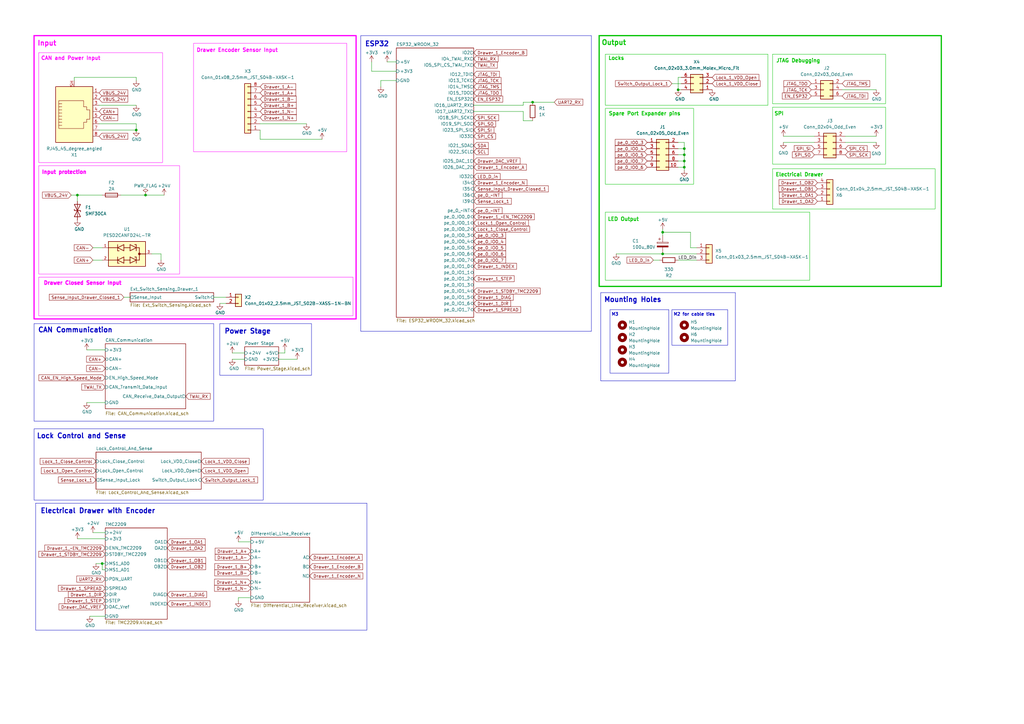
<source format=kicad_sch>
(kicad_sch (version 20231120) (generator "eeschema") (generator_version "8.0")
  (paper "A3")
  (junction (at 280.67 60.96))
  (junction (at 59.69 80.01))
  (junction (at 280.67 66.04))
  (junction (at 41.91 231.14))
  (junction (at 280.67 63.5))
  (junction (at 280.67 68.58))
  (junction (at 218.44 41.91))
  (junction (at 271.78 104.14))
  (junction (at 55.88 53.34))
  (junction (at 278.13 36.83))
  (junction (at 31.75 80.01))
  (junction (at 271.78 95.25))
  (wire (pts (xy 280.67 66.04) (xy 278.13 66.04)))
  (wire (pts (xy 280.67 58.42) (xy 278.13 58.42)))
  (wire (pts (xy 321.31 58.42) (xy 334.01 58.42)))
  (wire (pts (xy 87.63 121.92) (xy 92.71 121.92)))
  (wire (pts (xy 214.63 43.18) (xy 214.63 41.91)))
  (wire (pts (xy 30.48 33.02) (xy 30.48 31.75)))
  (wire (pts (xy 38.1 106.68) (xy 41.91 106.68)))
  (wire (pts (xy 97.79 245.11) (xy 97.79 246.38)))
  (wire (pts (xy 43.18 231.14) (xy 41.91 231.14)))
  (wire (pts (xy 66.04 104.14) (xy 66.04 106.68)))
  (wire (pts (xy 95.25 147.32) (xy 100.33 147.32)))
  (wire (pts (xy 106.68 57.15) (xy 106.68 53.34)))
  (wire (pts (xy 40.64 50.8) (xy 55.88 50.8)))
  (wire (pts (xy 62.23 104.14) (xy 66.04 104.14)))
  (wire (pts (xy 38.1 218.44) (xy 43.18 218.44)))
  (wire (pts (xy 152.4 29.21) (xy 162.56 29.21)))
  (wire (pts (xy 31.75 80.01) (xy 41.91 80.01)))
  (wire (pts (xy 67.31 80.01) (xy 59.69 80.01)))
  (wire (pts (xy 43.18 252.73) (xy 36.83 252.73)))
  (wire (pts (xy 346.71 55.88) (xy 359.41 55.88)))
  (wire (pts (xy 280.67 69.85) (xy 280.67 68.58)))
  (wire (pts (xy 40.64 53.34) (xy 55.88 53.34)))
  (wire (pts (xy 271.78 93.98) (xy 271.78 95.25)))
  (wire (pts (xy 279.4 31.75) (xy 278.13 31.75)))
  (wire (pts (xy 55.88 50.8) (xy 55.88 53.34)))
  (wire (pts (xy 158.75 25.4) (xy 162.56 25.4)))
  (wire (pts (xy 31.75 220.98) (xy 43.18 220.98)))
  (wire (pts (xy 50.8 121.92) (xy 53.34 121.92)))
  (wire (pts (xy 30.48 31.75) (xy 55.88 31.75)))
  (wire (pts (xy 38.1 101.6) (xy 41.91 101.6)))
  (wire (pts (xy 278.13 68.58) (xy 280.67 68.58)))
  (wire (pts (xy 345.44 36.83) (xy 359.41 36.83)))
  (wire (pts (xy 31.75 80.01) (xy 31.75 82.55)))
  (wire (pts (xy 102.87 245.11) (xy 97.79 245.11)))
  (wire (pts (xy 39.37 231.14) (xy 41.91 231.14)))
  (wire (pts (xy 283.21 95.25) (xy 283.21 101.6)))
  (wire (pts (xy 271.78 95.25) (xy 283.21 95.25)))
  (wire (pts (xy 275.59 34.29) (xy 279.4 34.29)))
  (wire (pts (xy 271.78 95.25) (xy 271.78 96.52)))
  (wire (pts (xy 35.56 143.51) (xy 43.18 143.51)))
  (wire (pts (xy 252.73 104.14) (xy 271.78 104.14)))
  (wire (pts (xy 114.3 144.78) (xy 116.84 144.78)))
  (wire (pts (xy 116.84 144.78) (xy 116.84 143.51)))
  (wire (pts (xy 40.64 43.18) (xy 55.88 43.18)))
  (wire (pts (xy 156.21 33.02) (xy 156.21 35.56)))
  (wire (pts (xy 90.17 124.46) (xy 92.71 124.46)))
  (wire (pts (xy 194.31 45.72) (xy 214.63 45.72)))
  (wire (pts (xy 41.91 231.14) (xy 41.91 233.68)))
  (wire (pts (xy 267.97 106.68) (xy 270.51 106.68)))
  (wire (pts (xy 97.79 222.25) (xy 102.87 222.25)))
  (wire (pts (xy 278.13 106.68) (xy 285.75 106.68)))
  (wire (pts (xy 214.63 49.53) (xy 218.44 49.53)))
  (wire (pts (xy 278.13 36.83) (xy 279.4 36.83)))
  (wire (pts (xy 280.67 68.58) (xy 280.67 66.04)))
  (wire (pts (xy 346.71 58.42) (xy 359.41 58.42)))
  (wire (pts (xy 35.56 165.1) (xy 43.18 165.1)))
  (wire (pts (xy 49.53 80.01) (xy 59.69 80.01)))
  (wire (pts (xy 214.63 45.72) (xy 214.63 49.53)))
  (wire (pts (xy 152.4 25.4) (xy 152.4 29.21)))
  (wire (pts (xy 280.67 66.04) (xy 280.67 63.5)))
  (wire (pts (xy 214.63 41.91) (xy 218.44 41.91)))
  (wire (pts (xy 55.88 31.75) (xy 55.88 33.02)))
  (wire (pts (xy 114.3 147.32) (xy 121.92 147.32)))
  (wire (pts (xy 41.91 233.68) (xy 43.18 233.68)))
  (wire (pts (xy 280.67 60.96) (xy 280.67 58.42)))
  (wire (pts (xy 95.25 144.78) (xy 100.33 144.78)))
  (wire (pts (xy 278.13 60.96) (xy 280.67 60.96)))
  (wire (pts (xy 218.44 41.91) (xy 227.33 41.91)))
  (wire (pts (xy 29.21 80.01) (xy 31.75 80.01)))
  (wire (pts (xy 162.56 33.02) (xy 156.21 33.02)))
  (wire (pts (xy 106.68 57.15) (xy 132.08 57.15)))
  (wire (pts (xy 280.67 63.5) (xy 280.67 60.96)))
  (wire (pts (xy 283.21 101.6) (xy 285.75 101.6)))
  (wire (pts (xy 278.13 31.75) (xy 278.13 36.83)))
  (wire (pts (xy 271.78 104.14) (xy 285.75 104.14)))
  (wire (pts (xy 280.67 63.5) (xy 278.13 63.5)))
  (wire (pts (xy 321.31 55.88) (xy 334.01 55.88)))
  (wire (pts (xy 106.68 50.8) (xy 125.73 50.8)))
  (wire (pts (xy 194.31 43.18) (xy 214.63 43.18)))
  (rectangle (start 13.97 14.605) (end 146.05 130.81) (stroke (width 0.5) (color 255 0 255 1)))
  (rectangle (start 248.285 44.45) (end 284.48 75.565) (stroke (width 0) (color 0 194 0 1)))
  (rectangle (start 13.97 175.895) (end 107.95 205.105))
  (rectangle (start 245.745 14.605) (end 386.08 117.475) (stroke (width 0.5) (color 0 194 0 1)))
  (rectangle (start 248.285 86.995) (end 332.105 114.935) (stroke (width 0) (color 0 194 0 1)))
  (rectangle (start 147.955 14.605) (end 242.57 135.89))
  (rectangle (start 15.875 67.945) (end 73.66 112.395) (stroke (width 0) (color 255 0 255 1)))
  (rectangle (start 15.875 21.59) (end 66.675 66.675) (stroke (width 0) (color 255 0 255 1)))
  (rectangle (start 79.375 17.78) (end 142.24 62.23) (stroke (width 0) (color 255 0 255 1)))
  (rectangle (start 250.19 127) (end 274.32 153.035))
  (rectangle (start 316.865 43.942) (end 363.22 67.31) (stroke (width 0) (color 0 194 0 1)))
  (rectangle (start 90.17 132.715) (end 127.762 153.924))
  (rectangle (start 13.97 132.715) (end 87.63 172.72))
  (rectangle (start 246.38 120.015) (end 301.625 156.21))
  (rectangle (start 248.285 22.225) (end 314.96 43.18) (stroke (width 0) (color 0 194 0 1)))
  (rectangle (start 15.875 113.665) (end 144.78 129.54) (stroke (width 0) (color 255 0 255 1)))
  (rectangle (start 316.865 69.215) (end 383.54 85.725) (stroke (width 0) (color 0 194 0 1)))
  (rectangle (start 275.59 127) (end 298.45 141.605))
  (rectangle (start 316.865 22.225) (end 363.22 42.545) (stroke (width 0) (color 0 194 0 1)))
  (rectangle (start 14.605 206.375) (end 150.495 258.445))
  (text "Lock Control and Sense" (at 14.986 180.086 0) (effects (font (size 2 2) (thickness 0.4) (bold yes)) (justify left bottom)))
  (text "Locks" (at 249.428 24.892 0) (effects (font (size 1.5 1.5) (bold yes)) (justify left bottom)))
  (text "Electrical Drawer" (at 318.008 72.644 0) (effects (font (size 1.5 1.5) (bold yes)) (justify left bottom)))
  (text "JTAG Debugging" (at 318.262 25.908 0) (effects (font (size 1.5 1.5) (bold yes)) (justify left bottom)))
  (text "CAN and Power Input" (at 16.764 24.892 0) (effects (font (size 1.5 1.5) (bold yes)) (justify left bottom)))
  (text "Output" (at 246.634 18.796 0) (effects (font (size 2 2) (thickness 0.4) (bold yes)) (justify left bottom)))
  (text "Electrical Drawer with Encoder" (at 16.51 210.82 0) (effects (font (size 2 2) (thickness 0.4) (bold yes)) (justify left bottom)))
  (text "Input\n" (at 15.24 19.05 0) (effects (font (size 2 2) (thickness 0.4) (bold yes)) (justify left bottom)))
  (text "LED Output" (at 249.174 90.932 0) (effects (font (size 1.5 1.5) (bold yes)) (justify left bottom)))
  (text "CAN Communication\n" (at 15.494 136.652 0) (effects (font (size 2 2) (thickness 0.4) (bold yes)) (justify left bottom)))
  (text "Input protection\n" (at 17.018 71.628 0) (effects (font (size 1.5 1.5) (thickness 0.4) (bold yes)) (justify left bottom)))
  (text "ESP32" (at 149.606 19.304 0) (effects (font (size 2 2) (thickness 0.4) (bold yes)) (justify left bottom)))
  (text "Drawer Encoder Sensor Input" (at 80.518 21.59 0) (effects (font (size 1.5 1.5) (bold yes)) (justify left bottom)))
  (text "SPI" (at 317.5 47.625 0) (effects (font (size 1.5 1.5) (bold yes)) (justify left bottom)))
  (text "M3" (at 252.222 129.032 0) (effects (font (size 1.27 1.27) (thickness 0.254) (bold yes))))
  (text "Mounting Holes" (at 247.65 124.206 0) (effects (font (size 2 2) (thickness 0.4) (bold yes)) (justify left bottom)))
  (text "Power Stage" (at 91.948 137.16 0) (effects (font (size 2 2) (thickness 0.4) (bold yes)) (justify left bottom)))
  (text "Spare Port Expander pins" (at 249.555 47.625 0) (effects (font (size 1.5 1.5) (bold yes)) (justify left bottom)))
  (text "M2 for cable ties" (at 284.734 129.032 0) (effects (font (size 1.27 1.27) (thickness 0.254) (bold yes))))
  (text "Drawer Closed Sensor Input" (at 17.78 117.094 0) (effects (font (size 1.5 1.5) (thickness 0.4) (bold yes)) (justify left bottom)))
  (label "LED_Din" (at 278.13 106.68 0))
  (global_label "Drawer_1_Encoder_N" (shape input) (at 127 236.22 0) (property "Intersheetrefs" "${INTERSHEET_REFS}" (effects (hide yes))))
  (global_label "Drawer_1_~EN_TMC2209" (shape input) (at 194.31 88.9 0) (property "Intersheetrefs" "${INTERSHEET_REFS}" (effects (hide yes))))
  (global_label "Drawer_1_B+" (shape input) (at 102.87 232.41 180) (property "Intersheetrefs" "${INTERSHEET_REFS}" (effects (hide yes))))
  (global_label "pe_0_IO0_4" (shape input) (at 265.43 60.96 180) (property "Intersheetrefs" "${INTERSHEET_REFS}" (effects (hide yes))))
  (global_label "JTAG_TCK" (shape input) (at 194.31 33.02 0) (property "Intersheetrefs" "${INTERSHEET_REFS}" (effects (hide yes))))
  (global_label "Drawer_1_B+" (shape input) (at 106.68 43.18 0) (property "Intersheetrefs" "${INTERSHEET_REFS}" (effects (hide yes))))
  (global_label "Drawer_1_Encoder_A" (shape input) (at 194.31 68.58 0) (property "Intersheetrefs" "${INTERSHEET_REFS}" (effects (hide yes))))
  (global_label "EN_ESP32" (shape input) (at 194.31 40.64 0) (property "Intersheetrefs" "${INTERSHEET_REFS}" (effects (hide yes))))
  (global_label "SDA" (shape input) (at 194.31 59.69 0) (property "Intersheetrefs" "${INTERSHEET_REFS}" (effects (hide yes))))
  (global_label "pe_0_IO0_7" (shape input) (at 194.31 106.68 0) (property "Intersheetrefs" "${INTERSHEET_REFS}" (effects (hide yes))))
  (global_label "Drawer_DAC_VREF" (shape input) (at 194.31 66.04 0) (property "Intersheetrefs" "${INTERSHEET_REFS}" (effects (hide yes))))
  (global_label "Drawer_1_INDEX" (shape input) (at 68.58 247.65 0) (property "Intersheetrefs" "${INTERSHEET_REFS}" (effects (hide yes))))
  (global_label "Lock_1_Close_Control" (shape input) (at 39.37 189.23 180) (property "Intersheetrefs" "${INTERSHEET_REFS}" (effects (hide yes))))
  (global_label "Drawer_1_Encoder_N" (shape input) (at 194.31 74.93 0) (property "Intersheetrefs" "${INTERSHEET_REFS}" (effects (hide yes))))
  (global_label "JTAG_TDI" (shape input) (at 345.44 39.37 0) (property "Intersheetrefs" "${INTERSHEET_REFS}" (effects (hide yes))))
  (global_label "Drawer_1_STEP" (shape input) (at 194.31 114.3 0) (property "Intersheetrefs" "${INTERSHEET_REFS}" (effects (hide yes))))
  (global_label "Drawer_1_STDBY_TMC2209" (shape input) (at 194.31 119.38 0) (property "Intersheetrefs" "${INTERSHEET_REFS}" (effects (hide yes))))
  (global_label "Drawer_1_N-" (shape input) (at 106.68 45.72 0) (property "Intersheetrefs" "${INTERSHEET_REFS}" (effects (hide yes))))
  (global_label "pe_0_~INT" (shape input) (at 194.31 86.36 0) (property "Intersheetrefs" "${INTERSHEET_REFS}" (effects (hide yes))))
  (global_label "UART2_RX" (shape input) (at 227.33 41.91 0) (property "Intersheetrefs" "${INTERSHEET_REFS}" (effects (hide yes))))
  (global_label "Drawer_1_N+" (shape input) (at 102.87 238.76 180) (property "Intersheetrefs" "${INTERSHEET_REFS}" (effects (hide yes))))
  (global_label "JTAG_TDO" (shape input) (at 194.31 38.1 0) (property "Intersheetrefs" "${INTERSHEET_REFS}" (effects (hide yes))))
  (global_label "Drawer_1_Encoder_B" (shape input) (at 194.31 21.59 0) (property "Intersheetrefs" "${INTERSHEET_REFS}" (effects (hide yes))))
  (global_label "Lock_1_VDD_Close" (shape input) (at 292.1 34.29 0) (property "Intersheetrefs" "${INTERSHEET_REFS}" (effects (hide yes))))
  (global_label "Lock_1_VDD_Close" (shape input) (at 82.55 189.23 0) (property "Intersheetrefs" "${INTERSHEET_REFS}" (effects (hide yes))))
  (global_label "Lock_1_Open_Control" (shape input) (at 39.37 193.04 180) (property "Intersheetrefs" "${INTERSHEET_REFS}" (effects (hide yes))))
  (global_label "SPI_SI" (shape input) (at 334.01 60.96 180) (property "Intersheetrefs" "${INTERSHEET_REFS}" (effects (hide yes))))
  (global_label "Drawer_1_STEP" (shape input) (at 43.18 246.38 180) (property "Intersheetrefs" "${INTERSHEET_REFS}" (effects (hide yes))))
  (global_label "Drawer_1_OB2" (shape input) (at 68.58 232.41 0) (property "Intersheetrefs" "${INTERSHEET_REFS}" (effects (hide yes))))
  (global_label "SCL" (shape input) (at 194.31 62.23 0) (property "Intersheetrefs" "${INTERSHEET_REFS}" (effects (hide yes))))
  (global_label "CAN-" (shape input) (at 38.1 101.6 180) (property "Intersheetrefs" "${INTERSHEET_REFS}" (effects (hide yes))))
  (global_label "Drawer_1_Encoder_B" (shape input) (at 127 232.41 0) (property "Intersheetrefs" "${INTERSHEET_REFS}" (effects (hide yes))))
  (global_label "Switch_Output_Lock_1" (shape input) (at 82.55 196.85 0) (property "Intersheetrefs" "${INTERSHEET_REFS}" (effects (hide yes))))
  (global_label "Drawer_1_OB1" (shape input) (at 68.58 229.87 0) (property "Intersheetrefs" "${INTERSHEET_REFS}" (effects (hide yes))))
  (global_label "Drawer_1_STDBY_TMC2209" (shape input) (at 43.18 227.33 180) (property "Intersheetrefs" "${INTERSHEET_REFS}" (effects (hide yes))))
  (global_label "Lock_1_VDD_Open" (shape input) (at 82.55 193.04 0) (property "Intersheetrefs" "${INTERSHEET_REFS}" (effects (hide yes))))
  (global_label "pe_0_IO0_6" (shape input) (at 265.43 68.58 180) (property "Intersheetrefs" "${INTERSHEET_REFS}" (effects (hide yes))))
  (global_label "JTAG_TMS" (shape input) (at 194.31 35.56 0) (property "Intersheetrefs" "${INTERSHEET_REFS}" (effects (hide yes))))
  (global_label "Drawer_DAC_VREF" (shape input) (at 43.18 248.92 180) (property "Intersheetrefs" "${INTERSHEET_REFS}" (effects (hide yes))))
  (global_label "VBUS_24V" (shape input) (at 29.21 80.01 180) (property "Intersheetrefs" "${INTERSHEET_REFS}" (effects (hide yes))))
  (global_label "Sense_Input_Drawer_Closed_1" (shape input) (at 50.8 121.92 180) (property "Intersheetrefs" "${INTERSHEET_REFS}" (effects (hide yes))))
  (global_label "Drawer_1_OB2" (shape input) (at 335.28 74.93 180) (property "Intersheetrefs" "${INTERSHEET_REFS}" (effects (hide yes))))
  (global_label "SPI_SO" (shape input) (at 194.31 50.8 0) (property "Intersheetrefs" "${INTERSHEET_REFS}" (effects (hide yes))))
  (global_label "pe_0_IO0_7" (shape input) (at 265.43 66.04 180) (property "Intersheetrefs" "${INTERSHEET_REFS}" (effects (hide yes))))
  (global_label "CAN-" (shape input) (at 40.64 48.26 0) (property "Intersheetrefs" "${INTERSHEET_REFS}" (effects (hide yes))))
  (global_label "Drawer_1_N-" (shape input) (at 102.87 241.3 180) (property "Intersheetrefs" "${INTERSHEET_REFS}" (effects (hide yes))))
  (global_label "Drawer_1_~EN_TMC2209" (shape input) (at 43.18 224.79 180) (property "Intersheetrefs" "${INTERSHEET_REFS}" (effects (hide yes))))
  (global_label "SPI_CS" (shape input) (at 346.71 60.96 0) (property "Intersheetrefs" "${INTERSHEET_REFS}" (effects (hide yes))))
  (global_label "pe_0_~INT" (shape input) (at 194.31 80.01 0) (property "Intersheetrefs" "${INTERSHEET_REFS}" (effects (hide yes))))
  (global_label "Drawer_1_DIAG" (shape input) (at 68.58 243.84 0) (property "Intersheetrefs" "${INTERSHEET_REFS}" (effects (hide yes))))
  (global_label "Drawer_1_A-" (shape input) (at 106.68 35.56 0) (property "Intersheetrefs" "${INTERSHEET_REFS}" (effects (hide yes))))
  (global_label "EN_ESP32" (shape input) (at 332.74 39.37 180) (property "Intersheetrefs" "${INTERSHEET_REFS}" (effects (hide yes))))
  (global_label "JTAG_TCK" (shape input) (at 332.74 36.83 180) (property "Intersheetrefs" "${INTERSHEET_REFS}" (effects (hide yes))))
  (global_label "LED_D_in" (shape input) (at 194.31 72.39 0) (property "Intersheetrefs" "${INTERSHEET_REFS}" (effects (hide yes))))
  (global_label "Drawer_1_OA1" (shape input) (at 68.58 222.25 0) (property "Intersheetrefs" "${INTERSHEET_REFS}" (effects (hide yes))))
  (global_label "VBUS_24V" (shape input) (at 40.64 38.1 0) (property "Intersheetrefs" "${INTERSHEET_REFS}" (effects (hide yes))))
  (global_label "pe_0_IO0_6" (shape input) (at 194.31 104.14 0) (property "Intersheetrefs" "${INTERSHEET_REFS}" (effects (hide yes))))
  (global_label "CAN+" (shape input) (at 38.1 106.68 180) (property "Intersheetrefs" "${INTERSHEET_REFS}" (effects (hide yes))))
  (global_label "TWAI_TX" (shape input) (at 43.18 158.75 180) (property "Intersheetrefs" "${INTERSHEET_REFS}" (effects (hide yes))))
  (global_label "CAN+" (shape input) (at 43.18 147.32 180) (property "Intersheetrefs" "${INTERSHEET_REFS}" (effects (hide yes))))
  (global_label "Drawer_1_DIR" (shape input) (at 194.31 124.46 0) (property "Intersheetrefs" "${INTERSHEET_REFS}" (effects (hide yes))))
  (global_label "pe_0_IO0_5" (shape input) (at 194.31 101.6 0) (property "Intersheetrefs" "${INTERSHEET_REFS}" (effects (hide yes))))
  (global_label "VBUS_24V" (shape input) (at 40.64 55.88 0) (property "Intersheetrefs" "${INTERSHEET_REFS}" (effects (hide yes))))
  (global_label "Drawer_1_A-" (shape input) (at 102.87 228.6 180) (property "Intersheetrefs" "${INTERSHEET_REFS}" (effects (hide yes))))
  (global_label "CAN+" (shape input) (at 40.64 45.72 0) (property "Intersheetrefs" "${INTERSHEET_REFS}" (effects (hide yes))))
  (global_label "JTAG_TDO" (shape input) (at 332.74 34.29 180) (property "Intersheetrefs" "${INTERSHEET_REFS}" (effects (hide yes))))
  (global_label "Sense_Lock_1" (shape input) (at 194.31 82.55 0) (property "Intersheetrefs" "${INTERSHEET_REFS}" (effects (hide yes))))
  (global_label "TWAI_TX" (shape input) (at 194.31 26.67 0) (property "Intersheetrefs" "${INTERSHEET_REFS}" (effects (hide yes))))
  (global_label "Lock_1_Open_Control" (shape input) (at 194.31 91.44 0) (property "Intersheetrefs" "${INTERSHEET_REFS}" (effects (hide yes))))
  (global_label "Lock_1_Close_Control" (shape input) (at 194.31 93.98 0) (property "Intersheetrefs" "${INTERSHEET_REFS}" (effects (hide yes))))
  (global_label "Lock_1_VDD_Open" (shape input) (at 292.1 31.75 0) (property "Intersheetrefs" "${INTERSHEET_REFS}" (effects (hide yes))))
  (global_label "Drawer_1_DIR" (shape input) (at 43.18 243.84 180) (property "Intersheetrefs" "${INTERSHEET_REFS}" (effects (hide yes))))
  (global_label "Drawer_1_Encoder_A" (shape input) (at 127 228.6 0) (property "Intersheetrefs" "${INTERSHEET_REFS}" (effects (hide yes))))
  (global_label "pe_0_IO0_5" (shape input) (at 265.43 63.5 180) (property "Intersheetrefs" "${INTERSHEET_REFS}" (effects (hide yes))))
  (global_label "Sense_Lock_1" (shape input) (at 39.37 196.85 180) (property "Intersheetrefs" "${INTERSHEET_REFS}" (effects (hide yes))))
  (global_label "Drawer_1_OA2" (shape input) (at 335.28 82.55 180) (property "Intersheetrefs" "${INTERSHEET_REFS}" (effects (hide yes))))
  (global_label "Drawer_1_N+" (shape input) (at 106.68 48.26 0) (property "Intersheetrefs" "${INTERSHEET_REFS}" (effects (hide yes))))
  (global_label "Drawer_1_OB1" (shape input) (at 335.28 77.47 180) (property "Intersheetrefs" "${INTERSHEET_REFS}" (effects (hide yes))))
  (global_label "pe_0_IO0_4" (shape input) (at 194.31 99.06 0) (property "Intersheetrefs" "${INTERSHEET_REFS}" (effects (hide yes))))
  (global_label "SPI_SO" (shape input) (at 334.01 63.5 180) (property "Intersheetrefs" "${INTERSHEET_REFS}" (effects (hide yes))))
  (global_label "JTAG_TMS" (shape input) (at 345.44 34.29 0) (property "Intersheetrefs" "${INTERSHEET_REFS}" (effects (hide yes))))
  (global_label "LED_D_in" (shape input) (at 267.97 106.68 180) (property "Intersheetrefs" "${INTERSHEET_REFS}" (effects (hide yes))))
  (global_label "JTAG_TDI" (shape input) (at 194.31 30.48 0) (property "Intersheetrefs" "${INTERSHEET_REFS}" (effects (hide yes))))
  (global_label "SPI_SI" (shape input) (at 194.31 53.34 0) (property "Intersheetrefs" "${INTERSHEET_REFS}" (effects (hide yes))))
  (global_label "Sense_Input_Drawer_Closed_1" (shape input) (at 194.31 77.47 0) (property "Intersheetrefs" "${INTERSHEET_REFS}" (effects (hide yes))))
  (global_label "SPI_CS" (shape input) (at 194.31 55.88 0) (property "Intersheetrefs" "${INTERSHEET_REFS}" (effects (hide yes))))
  (global_label "SPI_SCK" (shape input) (at 346.71 63.5 0) (property "Intersheetrefs" "${INTERSHEET_REFS}" (effects (hide yes))))
  (global_label "Drawer_1_SPREAD" (shape input) (at 194.31 127 0) (property "Intersheetrefs" "${INTERSHEET_REFS}" (effects (hide yes))))
  (global_label "Switch_Output_Lock_1" (shape input) (at 275.59 34.29 180) (property "Intersheetrefs" "${INTERSHEET_REFS}" (effects (hide yes))))
  (global_label "CAN_EN_High_Speed_Mode" (shape input) (at 43.18 154.94 180) (property "Intersheetrefs" "${INTERSHEET_REFS}" (effects (hide yes))))
  (global_label "Drawer_1_B-" (shape input) (at 102.87 234.95 180) (property "Intersheetrefs" "${INTERSHEET_REFS}" (effects (hide yes))))
  (global_label "Drawer_1_B-" (shape input) (at 106.68 40.64 0) (property "Intersheetrefs" "${INTERSHEET_REFS}" (effects (hide yes))))
  (global_label "SPI_SCK" (shape input) (at 194.31 48.26 0) (property "Intersheetrefs" "${INTERSHEET_REFS}" (effects (hide yes))))
  (global_label "TWAI_RX" (shape input) (at 194.31 24.13 0) (property "Intersheetrefs" "${INTERSHEET_REFS}" (effects (hide yes))))
  (global_label "Drawer_1_A+" (shape input) (at 102.87 226.06 180) (property "Intersheetrefs" "${INTERSHEET_REFS}" (effects (hide yes))))
  (global_label "pe_0_IO0_3" (shape input) (at 265.43 58.42 180) (property "Intersheetrefs" "${INTERSHEET_REFS}" (effects (hide yes))))
  (global_label "Drawer_1_DIAG" (shape input) (at 194.31 121.92 0) (property "Intersheetrefs" "${INTERSHEET_REFS}" (effects (hide yes))))
  (global_label "UART2_RX" (shape input) (at 43.18 237.49 180) (property "Intersheetrefs" "${INTERSHEET_REFS}" (effects (hide yes))))
  (global_label "Drawer_1_OA1" (shape input) (at 335.28 80.01 180) (property "Intersheetrefs" "${INTERSHEET_REFS}" (effects (hide yes))))
  (global_label "Drawer_1_SPREAD" (shape input) (at 43.18 241.3 180) (property "Intersheetrefs" "${INTERSHEET_REFS}" (effects (hide yes))))
  (global_label "VBUS_24V" (shape input) (at 40.64 40.64 0) (property "Intersheetrefs" "${INTERSHEET_REFS}" (effects (hide yes))))
  (global_label "pe_0_IO0_3" (shape input) (at 194.31 96.52 0) (property "Intersheetrefs" "${INTERSHEET_REFS}" (effects (hide yes))))
  (global_label "Drawer_1_OA2" (shape input) (at 68.58 224.79 0) (property "Intersheetrefs" "${INTERSHEET_REFS}" (effects (hide yes))))
  (global_label "Drawer_1_INDEX" (shape input) (at 194.31 109.22 0) (property "Intersheetrefs" "${INTERSHEET_REFS}" (effects (hide yes))))
  (global_label "Drawer_1_A+" (shape input) (at 106.68 38.1 0) (property "Intersheetrefs" "${INTERSHEET_REFS}" (effects (hide yes))))
  (global_label "TWAI_RX" (shape input) (at 76.2 162.56 0) (property "Intersheetrefs" "${INTERSHEET_REFS}" (effects (hide yes))))
  (global_label "CAN-" (shape input) (at 43.18 151.13 180) (property "Intersheetrefs" "${INTERSHEET_REFS}" (effects (hide yes))))
  (symbol (lib_id "_Connector_JST:Conn_01x04_2.5mm_JST_S04B-XASK-1") (at 340.36 80.01 0) (mirror x) (unit 1)
    (property "Reference" "X6" (at 342.9 80.0101 0) (effects (justify left)))
    (property "Value" "Conn_01x04_2.5mm_JST_S04B-XASK-1" (at 342.9 77.4701 0) (effects (justify left)))
    (property "Footprint" "Connector_JST:JST_XA_S04B-XASK-1_1x04_P2.50mm_Horizontal" (effects (hide yes)))
    (property "Datasheet" "https://wmsc.lcsc.com/wmsc/upload/file/pdf/v2/lcsc/2304140030_JST-S04B-XASK-1-LF-SN_C265097.pdf" (effects (hide yes)))
    (property "Description" "JST pin header (standard) XA total number of poles 4 Pitch: 2.50mm S04B-XASK-1 (LF)(SN)" (effects (hide yes)))
    (property "MF" "JST" (effects (hide yes)))
    (property "MPN" "S04B-XASK-1(LF)(SN)" (effects (hide yes)))
    (property "OC_CONRAD" "741407 - VQ" (effects (hide yes)))
    (property "OC_LCSC" "C265097" (effects (hide yes)))
    (property "OC_RS" "166-7451" (effects (hide yes)))
    (property "path_to_docs" "Connectors/JST/XA_Connector" (effects (hide yes)))
  )
  (symbol (lib_id "power:GND") (at 97.79 246.38 0) (unit 1)
    (property "Reference" "#PWR017" (effects (hide yes)))
    (property "Value" "GND" (at 95.885 250.19 0) (effects (justify left)))
    (property "Description" "Power symbol creates a global label with name \"GND\" , ground" (effects (hide yes)))
  )
  (symbol (lib_id "power:+5V") (at 321.31 55.88 0) (unit 1)
    (property "Reference" "#PWR030" (effects (hide yes)))
    (property "Value" "+5V" (at 321.31 52.07 0))
    (property "Description" "Power symbol creates a global label with name \"+5V\"" (effects (hide yes)))
  )
  (symbol (lib_id "power:PWR_FLAG") (at 59.69 80.01 0) (unit 1)
    (property "Reference" "#FLG01" (effects (hide yes)))
    (property "Value" "PWR_FLAG" (at 59.69 76.2 0))
    (property "Description" "Special symbol for telling ERC where power comes from" (effects (hide yes)))
  )
  (symbol (lib_id "Mechanical:MountingHole") (at 255.27 133.35 0) (unit 1) (in_bom no)
    (property "Reference" "H1" (at 257.81 132.0799 0) (effects (justify left)))
    (property "Value" "MountingHole" (at 257.81 134.6199 0) (effects (justify left)))
    (property "Footprint" "Robast:MountingHole_3.2mm_M3_Pad_Top_Bottom_9.2mm" (effects (hide yes)))
    (property "Description" "Mounting Hole without connection" (effects (hide yes)))
  )
  (symbol (lib_id "_Connector_Molex:Conn_02x03_3.0mm_Molex_Micro_Fit") (at 287.02 34.29 180) (unit 1)
    (property "Reference" "X4" (at 285.75 25.4 0))
    (property "Value" "Conn_02x03_3.0mm_Molex_Micro_Fit" (at 285.75 27.94 0))
    (property "Footprint" "Connector_Molex:Molex_Micro-Fit_3.0_43045-0600_2x03_P3.00mm_Horizontal" (effects (hide yes)))
    (property "Datasheet" "https://docs.rs-online.com/746f/0900766b813c3a64.pdf" (effects (hide yes)))
    (property "Description" "Molex Micro-Fit 3.0 Leiterplatten-Stiftleiste gewinkelt, 6-polig / 2-reihig, Raster 3.0mm, Kabel-Platine" (effects (hide yes)))
    (property "MF" "Molex" (effects (hide yes)))
    (property "MPN" "43045-0600" (effects (hide yes)))
    (property "OC_MOUSER" "538-43045-0600" (effects (hide yes)))
    (property "OC_RS" "233-2961" (effects (hide yes)))
    (property "path_to_docs" "Connectors/Molex/Micro-Fit" (effects (hide yes)))
  )
  (symbol (lib_id "power:GND") (at 156.21 35.56 0) (unit 1)
    (property "Reference" "#PWR023" (effects (hide yes)))
    (property "Value" "GND" (at 154.94 39.37 0) (effects (justify left)))
    (property "Description" "Power symbol creates a global label with name \"GND\" , ground" (effects (hide yes)))
  )
  (symbol (lib_id "power:GND") (at 55.88 53.34 0) (unit 1)
    (property "Reference" "#PWR010" (effects (hide yes)))
    (property "Value" "GND" (at 53.975 57.15 0) (effects (justify left)))
    (property "Description" "Power symbol creates a global label with name \"GND\" , ground" (effects (hide yes)))
  )
  (symbol (lib_id "power:+3V3") (at 359.41 55.88 0) (unit 1)
    (property "Reference" "#PWR033" (effects (hide yes)))
    (property "Value" "+3V3" (at 359.41 52.07 0))
    (property "Description" "Power symbol creates a global label with name \"+3V3\"" (effects (hide yes)))
  )
  (symbol (lib_id "power:GND") (at 359.41 58.42 0) (unit 1)
    (property "Reference" "#PWR034" (effects (hide yes)))
    (property "Value" "GND" (at 359.41 62.992 0))
    (property "Description" "Power symbol creates a global label with name \"GND\" , ground" (effects (hide yes)))
  )
  (symbol (lib_id "power:+24V") (at 95.25 144.78 0) (unit 1)
    (property "Reference" "#PWR014" (effects (hide yes)))
    (property "Value" "+24V" (at 95.25 140.97 0))
    (property "Description" "Power symbol creates a global label with name \"+24V\"" (effects (hide yes)))
  )
  (symbol (lib_id "power:GND") (at 125.73 50.8 0) (unit 1)
    (property "Reference" "#PWR020" (effects (hide yes)))
    (property "Value" "GND" (at 123.825 54.61 0) (effects (justify left)))
    (property "Description" "Power symbol creates a global label with name \"GND\" , ground" (effects (hide yes)))
  )
  (symbol (lib_id "power:+3V3") (at 35.56 143.51 0) (unit 1)
    (property "Reference" "#PWR03" (effects (hide yes)))
    (property "Value" "+3V3" (at 35.56 139.7 0))
    (property "Description" "Power symbol creates a global label with name \"+3V3\"" (effects (hide yes)))
  )
  (symbol (lib_id "power:+3V3") (at 152.4 25.4 0) (unit 1)
    (property "Reference" "#PWR022" (effects (hide yes)))
    (property "Value" "+3V3" (at 152.4 21.59 0))
    (property "Description" "Power symbol creates a global label with name \"+3V3\"" (effects (hide yes)))
  )
  (symbol (lib_id "power:GND") (at 280.67 69.85 0) (unit 1)
    (property "Reference" "#PWR028" (effects (hide yes)))
    (property "Value" "GND" (at 280.67 73.66 0))
    (property "Description" "Power symbol creates a global label with name \"GND\" , ground" (effects (hide yes)))
  )
  (symbol (lib_id "power:GND") (at 39.37 231.14 0) (unit 1)
    (property "Reference" "#PWR07" (effects (hide yes)))
    (property "Value" "GND" (at 37.465 234.95 0) (effects (justify left)))
    (property "Description" "Power symbol creates a global label with name \"GND\" , ground" (effects (hide yes)))
  )
  (symbol (lib_id "_Connector_JST:Conn_01x02_2.5mm_JST_S02B-XASS-1N-BN") (at 97.79 121.92 0) (unit 1)
    (property "Reference" "X2" (at 100.33 121.9199 0) (effects (justify left)))
    (property "Value" "Conn_01x02_2.5mm_JST_S02B-XASS-1N-BN" (at 100.33 124.4599 0) (effects (justify left)))
    (property "Footprint" "Connector_JST:JST_XA_S02B-XASK-1N-BN_1x02_P2.50mm_Horizontal" (effects (hide yes)))
    (property "Datasheet" "https://wmsc.lcsc.com/wmsc/upload/file/pdf/v2/lcsc/1811141531_JST-S02B-XASS-1N-BN-LF-SN_C161669.pdf" (effects (hide yes)))
    (property "Description" "JST pin header (standard) XA total number of poles 2 Pitch: 2.50mm S02B-XASS-1N-BN(LF)(SN)" (effects (hide yes)))
    (property "MF" "JST" (effects (hide yes)))
    (property "MPN" "S02B-XASS-1N-BN(LF)(SN)" (effects (hide yes)))
    (property "OC_LCSC" "C161669" (effects (hide yes)))
    (property "OC_RS" "175-4729" (effects (hide yes)))
    (property "path_to_docs" "Connectors/JST/XA_Connector" (effects (hide yes)))
  )
  (symbol (lib_id "power:+24V") (at 38.1 218.44 0) (unit 1)
    (property "Reference" "#PWR06" (effects (hide yes)))
    (property "Value" "+24V" (at 38.1 214.63 0))
    (property "Description" "Power symbol creates a global label with name \"+24V\"" (effects (hide yes)))
  )
  (symbol (lib_id "power:+5V") (at 158.75 25.4 0) (unit 1)
    (property "Reference" "#PWR024" (effects (hide yes)))
    (property "Value" "+5V" (at 158.75 21.59 0))
    (property "Description" "Power symbol creates a global label with name \"+5V\"" (effects (hide yes)))
  )
  (symbol (lib_id "power:+5V") (at 132.08 57.15 0) (unit 1)
    (property "Reference" "#PWR021" (effects (hide yes)))
    (property "Value" "+5V" (at 132.08 53.34 0))
    (property "Description" "Power symbol creates a global label with name \"+5V\"" (effects (hide yes)))
  )
  (symbol (lib_id "power:GND") (at 55.88 33.02 0) (unit 1)
    (property "Reference" "#PWR08" (effects (hide yes)))
    (property "Value" "GND" (at 53.975 36.83 0) (effects (justify left)))
    (property "Description" "Power symbol creates a global label with name \"GND\" , ground" (effects (hide yes)))
  )
  (symbol (lib_id "power:+3V3") (at 31.75 220.98 0) (unit 1)
    (property "Reference" "#PWR02" (effects (hide yes)))
    (property "Value" "+3V3" (at 31.75 217.17 0))
    (property "Description" "Power symbol creates a global label with name \"+3V3\"" (effects (hide yes)))
  )
  (symbol (lib_id "power:GND") (at 31.75 90.17 0) (unit 1)
    (property "Reference" "#PWR01" (effects (hide yes)))
    (property "Value" "GND" (at 30.48 93.98 0) (effects (justify left)))
    (property "Description" "Power symbol creates a global label with name \"GND\" , ground" (effects (hide yes)))
  )
  (symbol (lib_id "Mechanical:MountingHole") (at 255.27 138.43 0) (unit 1) (in_bom no)
    (property "Reference" "H2" (at 257.81 137.1599 0) (effects (justify left)))
    (property "Value" "MountingHole" (at 257.81 139.6999 0) (effects (justify left)))
    (property "Footprint" "Robast:MountingHole_3.2mm_M3_Pad_Top_Bottom_9.2mm" (effects (hide yes)))
    (property "Description" "Mounting Hole without connection" (effects (hide yes)))
  )
  (symbol (lib_id "Connector_Generic:Conn_02x05_Odd_Even") (at 270.51 63.5 0) (unit 1) (in_bom no)
    (property "Reference" "J1" (at 271.78 52.07 0))
    (property "Value" "Conn_02x05_Odd_Even" (at 271.78 54.61 0))
    (property "Footprint" "Connector_PinSocket_2.54mm:PinSocket_2x05_P2.54mm_Vertical" (effects (hide yes)))
    (property "Description" "Generic connector, double row, 02x05, odd/even pin numbering scheme (row 1 odd numbers, row 2 even numbers), script generated (kicad-library-utils/schlib/autogen/connector/)" (effects (hide yes)))
  )
  (symbol (lib_id "power:GND") (at 55.88 43.18 0) (unit 1)
    (property "Reference" "#PWR09" (effects (hide yes)))
    (property "Value" "GND" (at 53.975 46.99 0) (effects (justify left)))
    (property "Description" "Power symbol creates a global label with name \"GND\" , ground" (effects (hide yes)))
  )
  (symbol (lib_id "Mechanical:MountingHole") (at 280.67 138.43 0) (unit 1) (in_bom no)
    (property "Reference" "H6" (at 283.21 137.1599 0) (effects (justify left)))
    (property "Value" "MountingHole" (at 283.21 139.6999 0) (effects (justify left)))
    (property "Footprint" "MountingHole:MountingHole_2.2mm_M2_DIN965_Pad_TopBottom" (effects (hide yes)))
    (property "Description" "Mounting Hole without connection" (effects (hide yes)))
  )
  (symbol (lib_id "power:GND") (at 66.04 106.68 0) (unit 1)
    (property "Reference" "#PWR011" (effects (hide yes)))
    (property "Value" "GND" (at 64.135 110.49 0) (effects (justify left)))
    (property "Description" "Power symbol creates a global label with name \"GND\" , ground" (effects (hide yes)))
  )
  (symbol (lib_id "power:GND") (at 252.73 104.14 0) (unit 1)
    (property "Reference" "#PWR025" (effects (hide yes)))
    (property "Value" "GND" (at 252.73 107.95 0))
    (property "Description" "Power symbol creates a global label with name \"GND\" , ground" (effects (hide yes)))
  )
  (symbol (lib_id "_C_Polarized:100u_80V") (at 271.78 100.33 0) (unit 1)
    (property "Reference" "C1" (at 259.334 98.806 0) (effects (justify left)))
    (property "Value" "100u_80V" (at 259.334 101.346 0) (effects (justify left)))
    (property "Footprint" "Capacitor_SMD:CP_Elec_10x10" (effects (hide yes)))
    (property "Datasheet" "https://www.mouser.de/datasheet/2/231/161587245243-2307006.pdf" (effects (hide yes)))
    (property "Description" "Aluminum Electrolytic Capacitor 100uF 80V ±20% SMD,D10xL10mm" (effects (hide yes)))
    (property "MF" "Lelon" (effects (hide yes)))
    (property "MPN" "VZH101M1KTR-1010" (effects (hide yes)))
    (property "OC_LCSC" "C249838" (effects (hide yes)))
    (property "OC_MOUSER" "140-VZH101M1KTR1010 " (effects (hide yes)))
    (property "path_to_docs" "Passive_Components/Capacitors/Aluminium_Electrolytic_Capacitors/Lelon" (effects (hide yes)))
  )
  (symbol (lib_id "power:GND") (at 90.17 124.46 0) (unit 1)
    (property "Reference" "#PWR013" (effects (hide yes)))
    (property "Value" "GND" (at 88.265 128.27 0) (effects (justify left)))
    (property "Description" "Power symbol creates a global label with name \"GND\" , ground" (effects (hide yes)))
  )
  (symbol (lib_id "power:+5V") (at 97.79 222.25 0) (unit 1)
    (property "Reference" "#PWR016" (effects (hide yes)))
    (property "Value" "+5V" (at 97.79 218.44 0))
    (property "Description" "Power symbol creates a global label with name \"+5V\"" (effects (hide yes)))
  )
  (symbol (lib_id "power:+5V") (at 271.78 93.98 0) (unit 1)
    (property "Reference" "#PWR026" (effects (hide yes)))
    (property "Value" "+5V" (at 271.78 90.17 0))
    (property "Description" "Power symbol creates a global label with name \"+5V\"" (effects (hide yes)))
  )
  (symbol (lib_id "power:GND") (at 278.13 36.83 0) (unit 1)
    (property "Reference" "#PWR027" (effects (hide yes)))
    (property "Value" "GND" (at 276.86 40.64 0) (effects (justify left)))
    (property "Description" "Power symbol creates a global label with name \"GND\" , ground" (effects (hide yes)))
  )
  (symbol (lib_id "_R_0402:1K") (at 218.44 45.72 0) (unit 1)
    (property "Reference" "R1" (at 220.98 44.4499 0) (effects (justify left)))
    (property "Value" "1K" (at 220.98 46.9899 0) (effects (justify left)))
    (property "Footprint" "Resistor_SMD:R_0402_1005Metric" (effects (hide yes)))
    (property "Description" "Resistor 1K 1% 62.5mW 50V 0402" (effects (hide yes)))
    (property "MF" "UNI-ROYAL" (effects (hide yes)))
    (property "MPN" "0402WGF1001TCE" (effects (hide yes)))
    (property "OC_LCSC" "C11702" (effects (hide yes)))
    (property "path_to_docs" "Passive_Components/Resistors/UNI-ROYAL" (effects (hide yes)))
  )
  (symbol (lib_id "_Diode_TVS:SMF30CA") (at 31.75 86.36 90) (unit 1)
    (property "Reference" "F1" (at 34.925 85.09 90) (effects (justify right)))
    (property "Value" "SMF30CA" (at 34.925 87.63 90) (effects (justify right)))
    (property "Footprint" "Diode_SMD:D_SOD-123F" (effects (hide yes)))
    (property "Datasheet" "https://datasheet.lcsc.com/lcsc/2205231816_Liown-SMF30CA_C2990493.pdf" (effects (hide yes)))
    (property "Description" "30V 200W TVS Diode Bi-Directional" (effects (hide yes)))
    (property "MF" "Liown" (effects (hide yes)))
    (property "MPN" "SMF30CA" (effects (hide yes)))
    (property "OC_LCSC" "C2990493" (effects (hide yes)))
    (property "path_to_docs" "Circuit_Protection/ESD_Protection_Diodes_TVS_Diodes/Liown" (effects (hide yes)))
  )
  (symbol (lib_id "Mechanical:MountingHole") (at 255.27 143.51 0) (unit 1) (in_bom no)
    (property "Reference" "H3" (at 257.81 142.2399 0) (effects (justify left)))
    (property "Value" "MountingHole" (at 257.81 144.7799 0) (effects (justify left)))
    (property "Footprint" "Robast:MountingHole_3.2mm_M3_Pad_Top_Bottom_9.2mm" (effects (hide yes)))
    (property "Description" "Mounting Hole without connection" (effects (hide yes)))
  )
  (symbol (lib_id "power:GND") (at 359.41 36.83 0) (unit 1)
    (property "Reference" "#PWR032" (effects (hide yes)))
    (property "Value" "GND" (at 357.505 40.64 0) (effects (justify left)))
    (property "Description" "Power symbol creates a global label with name \"GND\" , ground" (effects (hide yes)))
  )
  (symbol (lib_id "power:+24V") (at 67.31 80.01 0) (unit 1)
    (property "Reference" "#PWR012" (effects (hide yes)))
    (property "Value" "+24V" (at 67.31 76.2 0))
    (property "Description" "Power symbol creates a global label with name \"+24V\"" (effects (hide yes)))
  )
  (symbol (lib_id "power:GND") (at 36.83 252.73 0) (unit 1)
    (property "Reference" "#PWR05" (effects (hide yes)))
    (property "Value" "GND" (at 34.925 256.54 0) (effects (justify left)))
    (property "Description" "Power symbol creates a global label with name \"GND\" , ground" (effects (hide yes)))
  )
  (symbol (lib_id "_Connector:RJ45_45_degree_angled") (at 30.48 45.72 0) (mirror x) (unit 1)
    (property "Reference" "X1" (at 30.48 63.5 0))
    (property "Value" "RJ45_45_degree_angled" (at 30.48 60.96 0))
    (property "Footprint" "Robast:Wurth_RJ45_45_degree_angled" (effects (hide yes)))
    (property "Datasheet" "https://docs.rs-online.com/8736/0900766b81315c9d.pdf" (effects (hide yes)))
    (property "Description" "RJ45 PCB Connector 45 degree angled" (effects (hide yes)))
    (property "MF" "Wurth Elektronik" (effects (hide yes)))
    (property "MPN" "615008145121" (effects (hide yes)))
    (property "OC_RS" "818-3333" (effects (hide yes)))
    (property "path_to_docs" "Connectors/Ethernet_Connectors/Wurth_Electronics" (effects (hide yes)))
  )
  (symbol (lib_id "_Connector_JST:Conn_01x08_2.5mm_JST_S04B-XASK-1") (at 101.6 45.72 180) (unit 1)
    (property "Reference" "X3" (at 101.6 29.21 0))
    (property "Value" "Conn_01x08_2.5mm_JST_S04B-XASK-1" (at 101.6 31.75 0))
    (property "Footprint" "Connector_JST:JST_XA_S08B-XASK-1_1x08_P2.50mm_Horizontal" (effects (hide yes)))
    (property "Datasheet" "https://wmsc.lcsc.com/wmsc/upload/file/pdf/v2/lcsc/2006051707_JST-S08B-XASK-1-LF-SN_C495695.pdf" (effects (hide yes)))
    (property "Description" "JST pin header (standard) XA total number of poles 8 Pitch: 2.50mm S08B-XASK-1 (LF)(SN)" (effects (hide yes)))
    (property "MF" "JST" (effects (hide yes)))
    (property "MPN" "S08B-XASK-1(LF)(SN)" (effects (hide yes)))
    (property "OC_LCSC" "C495695" (effects (hide yes)))
    (property "OC_RS" "602-8290" (effects (hide yes)))
    (property "path_to_docs" "Connectors/JST/XA_Connector" (effects (hide yes)))
  )
  (symbol (lib_id "Connector_Generic:Conn_02x03_Odd_Even") (at 337.82 36.83 0) (unit 1) (in_bom no)
    (property "Reference" "J2" (at 339.09 27.94 0))
    (property "Value" "Conn_02x03_Odd_Even" (at 339.09 30.48 0))
    (property "Footprint" "Connector_PinSocket_2.54mm:PinSocket_2x03_P2.54mm_Vertical" (effects (hide yes)))
    (property "Description" "Generic connector, double row, 02x03, odd/even pin numbering scheme (row 1 odd numbers, row 2 even numbers), script generated (kicad-library-utils/schlib/autogen/connector/)" (effects (hide yes)))
  )
  (symbol (lib_id "Connector_Generic:Conn_02x04_Odd_Even") (at 339.09 58.42 0) (unit 1) (in_bom no)
    (property "Reference" "J3" (at 340.36 49.53 0))
    (property "Value" "Conn_02x04_Odd_Even" (at 340.36 52.07 0))
    (property "Footprint" "Connector_PinSocket_2.54mm:PinSocket_2x04_P2.54mm_Vertical" (effects (hide yes)))
    (property "Description" "Generic connector, double row, 02x04, odd/even pin numbering scheme (row 1 odd numbers, row 2 even numbers), script generated (kicad-library-utils/schlib/autogen/connector/)" (effects (hide yes)))
  )
  (symbol (lib_id "power:GND") (at 292.1 36.83 0) (unit 1)
    (property "Reference" "#PWR029" (effects (hide yes)))
    (property "Value" "GND" (at 290.83 40.64 0) (effects (justify left)))
    (property "Description" "Power symbol creates a global label with name \"GND\" , ground" (effects (hide yes)))
  )
  (symbol (lib_id "_R_0402:330") (at 274.32 106.68 270) (mirror x) (unit 1)
    (property "Reference" "R2" (at 274.32 113.03 90))
    (property "Value" "330" (at 274.32 110.49 90))
    (property "Footprint" "Resistor_SMD:R_0402_1005Metric" (effects (hide yes)))
    (property "Description" "Resistor 330 1% 62.5mW 50V 0402" (effects (hide yes)))
    (property "MF" "UNI-ROYAL" (effects (hide yes)))
    (property "MPN" "0402WGF3300TCE" (effects (hide yes)))
    (property "OC_LCSC" "C25104" (effects (hide yes)))
    (property "path_to_docs" "Passive_Components/Resistors/UNI-ROYAL" (effects (hide yes)))
  )
  (symbol (lib_id "_Interface_CAN_LIN:PESD2CANFD24L-TR") (at 52.07 104.14 0) (unit 1)
    (property "Reference" "U1" (at 52.07 93.98 0))
    (property "Value" "PESD2CANFD24L-TR" (at 52.07 96.52 0))
    (property "Footprint" "Robast:SOT23" (effects (hide yes)))
    (property "Datasheet" "https://www.mouser.de/datasheet/2/916/PESD2CANFD24L_T-1892242.pdf" (effects (hide yes)))
    (property "Description" "ESD-Entstörer/TVS-Dioden PESD2CANFD24L-T/SOT23/TO-236AB" (effects (hide yes)))
    (property "MF" "Nexperia" (effects (hide yes)))
    (property "PACKAGE" "TO-236-3 Nexperia USA Inc." (effects (hide yes)))
    (property "PRICE" "None" (effects (hide yes)))
    (property "Package" "None" (effects (hide yes)))
    (property "Check_prices" "https://www.snapeda.com/parts/PESD2CAN215/Nexperia/view-part/?ref=eda" (effects (hide yes)))
    (property "Price" "None" (effects (hide yes)))
    (property "SnapEDA_Link" "https://www.snapeda.com/parts/PESD2CAN215/Nexperia/view-part/?ref=snap" (effects (hide yes)))
    (property "MP" "PESD2CAN215" (effects (hide yes)))
    (property "Availability" "Not in stock" (effects (hide yes)))
    (property "AVAILABILITY" "In Stock" (effects (hide yes)))
    (property "Description_1" "\nDIODE, TVS, CAN, SOT-23; Clamping Voltage Vc Max:41V; Diode Case Style:SOT-23; No. of Pins:3Pins; Operating Voltage:24V; Power Dissipation Pd:-; Product Range:PESD2 Series; Automotive Qualification Standard:-; SVHC:No SVHC (27-Jun-2018); Breakdown Voltage:28V; Breakdown Voltage Max:30.3V; Breakdown Voltage Min:26.2V; Breakdown Voltage Range:26.2V to 30.3V; Breakover Voltage Min:26.2V; Capacitance Cd @ Vr Max:30pF; Capacitance Cd @ Vr Typ:25pF; Clamping Voltage @ 8/20µs Max:41V; Diode Type:Bidirectional TVS; Operating Temperature Max:150°C; Operating Temperature Min:-65°C; Operating Temperature Range:-65°C to +150°C; Peak Pulse Current Ippm:5A; Peak Pulse Power Dissipation:230W; Reverse Stand-Off Voltage Vrwm:24V; SMD Marking:6R; Stand-off Voltage:24V; TVS Polarity:Bidirectional; Termination Type:Surface Mount Device\n" (effects (hide yes)))
    (property "MF_1" "Nexperia" (effects (hide yes)))
    (property "MPN" "PESD2CANFD24L-TR" (effects (hide yes)))
    (property "OC_LCSC" "C3711787" (effects (hide yes)))
    (property "OC_MOUSER" "771-PESD2CANFD24L-TR" (effects (hide yes)))
    (property "path_to_docs" "Circuit_Protection/ESD_Protection_Diodes_TVS_Diodes/Nexperia" (effects (hide yes)))
  )
  (symbol (lib_id "power:GND") (at 95.25 147.32 0) (unit 1)
    (property "Reference" "#PWR015" (effects (hide yes)))
    (property "Value" "GND" (at 93.98 151.13 0) (effects (justify left)))
    (property "Description" "Power symbol creates a global label with name \"GND\" , ground" (effects (hide yes)))
  )
  (symbol (lib_id "_Fuse:2A") (at 45.72 80.01 90) (unit 1)
    (property "Reference" "F2" (at 45.72 74.93 90))
    (property "Value" "2A" (at 45.72 77.47 90))
    (property "Footprint" "Robast:Fuse_154_OMNI_BLOK" (effects (hide yes)))
    (property "Datasheet" "https://datasheet.lcsc.com/lcsc/2304140030_Littelfuse-0154002-DRT_C206911.pdf" (effects (hide yes)))
    (property "Description" "SMD Fuse NANO 154 OMNI-BLOK Fuse and Holder Combination" (effects (hide yes)))
    (property "MF" "Littelfuse" (effects (hide yes)))
    (property "MPN" "0154002.DRT" (effects (hide yes)))
    (property "OC_LCSC" "C206911" (effects (hide yes)))
    (property "path_to_docs" "Circuit_Protection/Fuses/SMD/Littlefuse" (effects (hide yes)))
  )
  (symbol (lib_id "power:GND") (at 35.56 165.1 0) (unit 1)
    (property "Reference" "#PWR04" (effects (hide yes)))
    (property "Value" "GND" (at 33.655 168.91 0) (effects (justify left)))
    (property "Description" "Power symbol creates a global label with name \"GND\" , ground" (effects (hide yes)))
  )
  (symbol (lib_id "power:GND") (at 321.31 58.42 0) (unit 1)
    (property "Reference" "#PWR031" (effects (hide yes)))
    (property "Value" "GND" (at 319.278 62.738 0) (effects (justify left)))
    (property "Description" "Power symbol creates a global label with name \"GND\" , ground" (effects (hide yes)))
  )
  (symbol (lib_id "Mechanical:MountingHole") (at 280.67 133.35 0) (unit 1) (in_bom no)
    (property "Reference" "H5" (at 283.21 132.0799 0) (effects (justify left)))
    (property "Value" "MountingHole" (at 283.21 134.6199 0) (effects (justify left)))
    (property "Footprint" "MountingHole:MountingHole_2.2mm_M2_DIN965_Pad_TopBottom" (effects (hide yes)))
    (property "Description" "Mounting Hole without connection" (effects (hide yes)))
  )
  (symbol (lib_id "power:+3V3") (at 121.92 147.32 0) (unit 1)
    (property "Reference" "#PWR019" (effects (hide yes)))
    (property "Value" "+3V3" (at 121.92 143.51 0))
    (property "Description" "Power symbol creates a global label with name \"+3V3\"" (effects (hide yes)))
  )
  (symbol (lib_id "_Connector_JST:Conn_01x03_2.5mm_JST_S04B-XASK-1") (at 290.83 104.14 0) (unit 1)
    (property "Reference" "X5" (at 293.37 102.8699 0) (effects (justify left)))
    (property "Value" "Conn_01x03_2.5mm_JST_S04B-XASK-1" (at 293.37 105.4099 0) (effects (justify left)))
    (property "Footprint" "Connector_JST:JST_XA_S03B-XASK-1_1x03_P2.50mm_Horizontal" (effects (hide yes)))
    (property "Datasheet" "https://wmsc.lcsc.com/wmsc/upload/file/pdf/v2/lcsc/2402261208_JST-S03B-XASK-1-LF-SN_C491707.pdf" (effects (hide yes)))
    (property "Description" "JST pin header (standard) XA total number of poles 3 Pitch: 2.50mm S03B-XASK-1 (LF)(SN)" (effects (hide yes)))
    (property "MF" "JST" (effects (hide yes)))
    (property "MPN" "S03B-XASK-1(LF)(SN)" (effects (hide yes)))
    (property "OC_LCSC" "C491707" (effects (hide yes)))
    (property "OC_RS" "602-8206" (effects (hide yes)))
    (property "path_to_docs" "Connectors/JST/XA_Connector" (effects (hide yes)))
  )
  (symbol (lib_id "power:+5V") (at 116.84 143.51 0) (unit 1)
    (property "Reference" "#PWR018" (effects (hide yes)))
    (property "Value" "+5V" (at 116.84 139.7 0))
    (property "Description" "Power symbol creates a global label with name \"+5V\"" (effects (hide yes)))
  )
  (symbol (lib_id "Mechanical:MountingHole") (at 255.27 148.59 0) (unit 1) (in_bom no)
    (property "Reference" "H4" (at 257.81 147.3199 0) (effects (justify left)))
    (property "Value" "MountingHole" (at 257.81 149.8599 0) (effects (justify left)))
    (property "Footprint" "Robast:MountingHole_3.2mm_M3_Pad_Top_Bottom_9.2mm" (effects (hide yes)))
    (property "Description" "Mounting Hole without connection" (effects (hide yes)))
  )
  (sheet (at 102.87 220.345) (size 24.13 26.67) (stroke (width 0.1524))
    (property "Sheetname" "Differential_Line_Receiver" (at 102.87 219.6334 0) (effects (justify left bottom)))
    (property "Sheetfile" "Differential_Line_Receiver.kicad_sch" (at 102.87 247.5996 0) (effects (justify left top)))
    (pin "A+" input (at 102.87 226.06 180))
    (pin "+5V" input (at 102.87 222.25 180))
    (pin "A-" input (at 102.87 228.6 180))
    (pin "B-" input (at 102.87 234.95 180))
    (pin "N+" input (at 102.87 238.76 180))
    (pin "GND" input (at 102.87 245.11 180))
    (pin "N-" input (at 102.87 241.3 180))
    (pin "B+" input (at 102.87 232.41 180))
    (pin "A" output (at 127 228.6 0))
    (pin "B" output (at 127 232.41 0))
    (pin "N" output (at 127 236.22 0))
  )
  (sheet (at 43.18 140.97) (size 33.02 26.67) (stroke (width 0.1524))
    (property "Sheetname" "CAN_Communication" (at 43.18 140.2584 0) (effects (justify left bottom)))
    (property "Sheetfile" "CAN_Communication.kicad_sch" (at 43.18 168.8596 0) (effects (justify left top)))
    (pin "+3V3" input (at 43.18 143.51 180))
    (pin "GND" input (at 43.18 165.1 180))
    (pin "CAN-" bidirectional (at 43.18 151.13 180))
    (pin "CAN+" bidirectional (at 43.18 147.32 180))
    (pin "CAN_Transmit_Data_Input" input (at 43.18 158.75 180))
    (pin "CAN_Receive_Data_Output" output (at 76.2 162.56 0))
    (pin "EN_High_Speed_Mode" input (at 43.18 154.94 180))
  )
  (sheet (at 53.34 120.015) (size 34.29 3.81) (stroke (width 0.1524))
    (property "Sheetname" "Ext_Switch_Sensing_Drawer_1" (at 53.34 119.3034 0) (effects (justify left bottom)))
    (property "Sheetfile" "Ext_Switch_Sensing.kicad_sch" (at 53.34 124.4096 0) (effects (justify left top)))
    (pin "Sense_Input" output (at 53.34 121.92 180))
    (pin "Switch" input (at 87.63 121.92 0))
  )
  (sheet (at 39.37 185.42) (size 43.18 15.24) (stroke (width 0.1524))
    (property "Sheetname" "Lock_Control_And_Sense" (at 39.37 184.7084 0) (effects (justify left bottom)))
    (property "Sheetfile" "Lock_Control_And_Sense.kicad_sch" (at 39.37 201.2446 0) (effects (justify left top)))
    (pin "Lock_Close_Control" input (at 39.37 189.23 180))
    (pin "Sense_Input_Lock" output (at 39.37 196.85 180))
    (pin "Lock_Open_Control" input (at 39.37 193.04 180))
    (pin "Lock_VDD_Close" output (at 82.55 189.23 0))
    (pin "Lock_VDD_Open" output (at 82.55 193.04 0))
    (pin "Switch_Output_Lock" input (at 82.55 196.85 0))
  )
  (sheet (at 100.33 142.24) (size 13.97 7.62) (stroke (width 0.1524))
    (property "Sheetname" "Power Stage" (at 100.33 141.5284 0) (effects (justify left bottom)))
    (property "Sheetfile" "Power_Stage.kicad_sch" (at 100.33 150.4446 0) (effects (justify left top)))
    (pin "+5V" output (at 114.3 144.78 0))
    (pin "+3V3" output (at 114.3 147.32 0))
    (pin "GND" input (at 100.33 147.32 180))
    (pin "+24V" input (at 100.33 144.78 180))
  )
  (sheet (at 43.18 216.535) (size 25.4 37.465) (stroke (width 0.1524))
    (property "Sheetname" "TMC2209" (at 43.18 215.8234 0) (effects (justify left bottom)))
    (property "Sheetfile" "TMC2209.kicad_sch" (at 43.18 254.5846 0) (effects (justify left top)))
    (pin "DAC_Vref" input (at 43.18 248.92 180))
    (pin "STDBY_TMC2209" input (at 43.18 227.33 180))
    (pin "ENN_TMC2209" input (at 43.18 224.79 180))
    (pin "DIR" input (at 43.18 243.84 180))
    (pin "+3V3" input (at 43.18 220.98 180))
    (pin "GND" input (at 43.18 252.73 180))
    (pin "+24V" input (at 43.18 218.44 180))
    (pin "MS1_AD1" input (at 43.18 233.68 180))
    (pin "MS1_AD0" input (at 43.18 231.14 180))
    (pin "PDN_UART" input (at 43.18 237.49 180))
    (pin "SPREAD" input (at 43.18 241.3 180))
    (pin "STEP" input (at 43.18 246.38 180))
    (pin "OA1" output (at 68.58 222.25 0))
    (pin "OB2" output (at 68.58 232.41 0))
    (pin "INDEX" output (at 68.58 247.65 0))
    (pin "OB1" output (at 68.58 229.87 0))
    (pin "DIAG" output (at 68.58 243.84 0))
    (pin "OA2" output (at 68.58 224.79 0))
  )
  (sheet (at 162.56 19.685) (size 31.75 110.49) (stroke (width 0.1524))
    (property "Sheetname" "ESP32_WROOM_32" (at 162.56 18.9734 0) (effects (justify left bottom)))
    (property "Sheetfile" "ESP32_WROOM_32.kicad_sch" (at 162.56 130.7596 0) (effects (justify left top)))
    (pin "+5V" input (at 162.56 25.4 180))
    (pin "+3V3" input (at 162.56 29.21 180))
    (pin "GND" input (at 162.56 33.02 180))
    (pin "I36" input (at 194.31 80.01 0))
    (pin "IO33" output (at 194.31 55.88 0))
    (pin "IO32" output (at 194.31 72.39 0))
    (pin "I34" input (at 194.31 74.93 0))
    (pin "I35" input (at 194.31 77.47 0))
    (pin "IO2" output (at 194.31 21.59 0))
    (pin "IO12_TDI" output (at 194.31 30.48 0))
    (pin "IO4_TWAI_RX" output (at 194.31 24.13 0))
    (pin "IO13_TCK" output (at 194.31 33.02 0))
    (pin "IO16_UART2_RX" output (at 194.31 43.18 0))
    (pin "IO5_SPI_CS_TWAI_TX" output (at 194.31 26.67 0))
    (pin "IO15_TDO" output (at 194.31 38.1 0))
    (pin "EN_ESP32" output (at 194.31 40.64 0))
    (pin "IO14_TMS" output (at 194.31 35.56 0))
    (pin "IO26_DAC_2" output (at 194.31 68.58 0))
    (pin "IO17_UART2_TX" output (at 194.31 45.72 0))
    (pin "IO19_SPI_SO" output (at 194.31 50.8 0))
    (pin "IO25_DAC_1" output (at 194.31 66.04 0))
    (pin "IO23_SPI_SI" output (at 194.31 53.34 0))
    (pin "IO18_SPI_SCK" output (at 194.31 48.26 0))
    (pin "IO21_SDA" output (at 194.31 59.69 0))
    (pin "IO22_SCL" output (at 194.31 62.23 0))
    (pin "pe_0_~INT" bidirectional (at 194.31 86.36 0))
    (pin "pe_0_IO1_2" bidirectional (at 194.31 114.3 0))
    (pin "pe_0_IO1_3" bidirectional (at 194.31 116.84 0))
    (pin "pe_0_IO1_5" bidirectional (at 194.31 121.92 0))
    (pin "pe_0_IO1_4" bidirectional (at 194.31 119.38 0))
    (pin "pe_0_IO1_6" bidirectional (at 194.31 124.46 0))
    (pin "pe_0_IO1_7" bidirectional (at 194.31 127 0))
    (pin "pe_0_IO1_1" bidirectional (at 194.31 111.76 0))
    (pin "pe_0_IO0_6" bidirectional (at 194.31 104.14 0))
    (pin "pe_0_IO1_0" bidirectional (at 194.31 109.22 0))
    (pin "pe_0_IO0_7" bidirectional (at 194.31 106.68 0))
    (pin "pe_0_IO0_3" bidirectional (at 194.31 96.52 0))
    (pin "pe_0_IO0_4" bidirectional (at 194.31 99.06 0))
    (pin "pe_0_IO0_5" bidirectional (at 194.31 101.6 0))
    (pin "pe_0_IO0_2" bidirectional (at 194.31 93.98 0))
    (pin "pe_0_IO0_1" bidirectional (at 194.31 91.44 0))
    (pin "pe_0_IO0_0" bidirectional (at 194.31 88.9 0))
    (pin "I39" input (at 194.31 82.55 0))
  )
)
</source>
